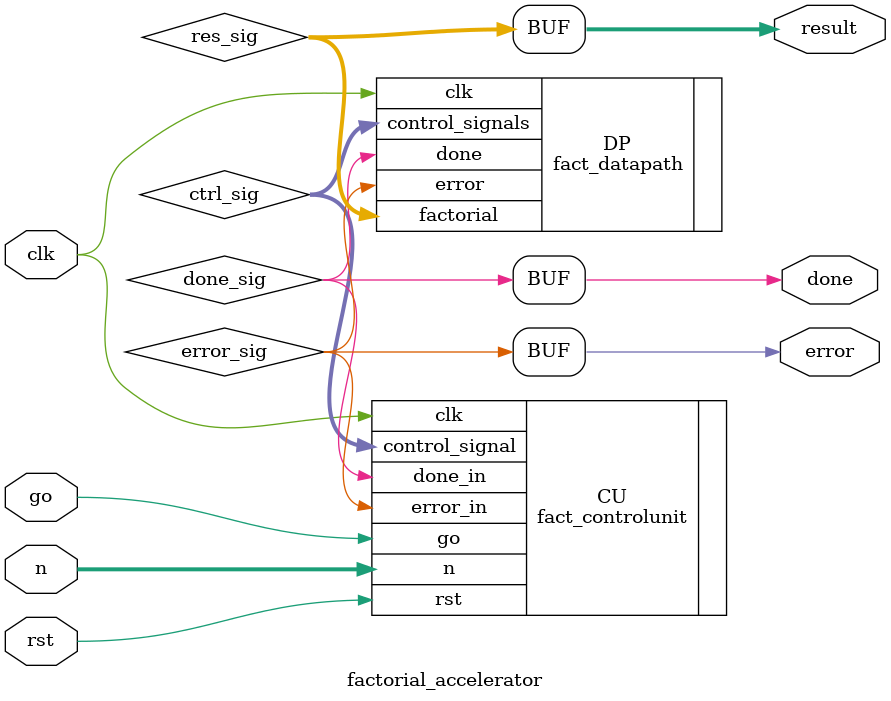
<source format=v>
`timescale 1ns / 1ps


module factorial_accelerator(
    input clk, 
    input go, 
    input [3:0] n,
    input rst,  
    output wire error, 
    output wire done, 
    output wire [31:0] result 
    );
    
    // internal var  
    wire [5:0] ctrl_sig; 
    wire done_sig; 
    wire error_sig; 
    wire [31:0] res_sig; 
    
    assign error = error_sig; 
    assign done = done_sig;
    assign result = res_sig;
    
    // modules 
    fact_controlunit CU(
            .clk                (clk), 
            .go                 (go), 
            .n                  (n), 
            .rst                (rst), 
            .done_in            (done_sig), 
            .error_in           (error_sig), 
            .control_signal     (ctrl_sig)
    );
    
    fact_datapath DP(
            .control_signals    (ctrl_sig), 
            .clk                (clk), 
            .factorial          (res_sig), 
            .done               (done_sig), 
            .error              (error_sig)
    );
            
    
endmodule

</source>
